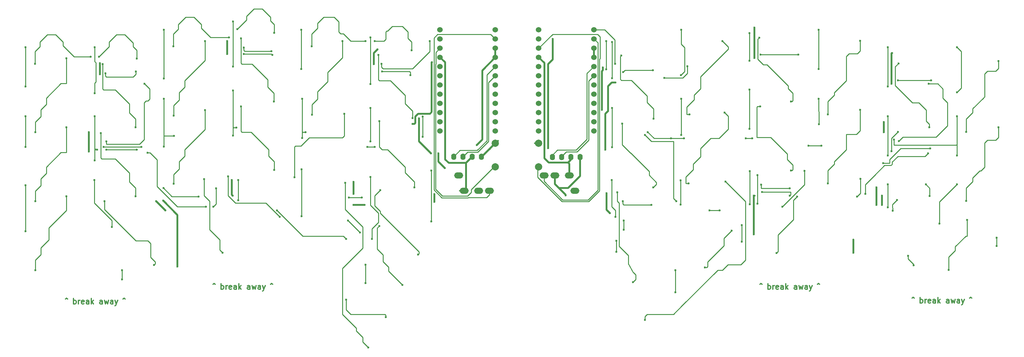
<source format=gbr>
%TF.GenerationSoftware,KiCad,Pcbnew,5.1.6*%
%TF.CreationDate,2020-10-30T12:45:47+01:00*%
%TF.ProjectId,jade,6a616465-2e6b-4696-9361-645f70636258,1.1*%
%TF.SameCoordinates,Original*%
%TF.FileFunction,Copper,L1,Top*%
%TF.FilePolarity,Positive*%
%FSLAX46Y46*%
G04 Gerber Fmt 4.6, Leading zero omitted, Abs format (unit mm)*
G04 Created by KiCad (PCBNEW 5.1.6) date 2020-10-30 12:45:47*
%MOMM*%
%LPD*%
G01*
G04 APERTURE LIST*
%TA.AperFunction,NonConductor*%
%ADD10C,0.300000*%
%TD*%
%TA.AperFunction,ComponentPad*%
%ADD11O,2.500000X1.700000*%
%TD*%
%TA.AperFunction,ComponentPad*%
%ADD12C,1.524000*%
%TD*%
%TA.AperFunction,ComponentPad*%
%ADD13O,1.397000X1.778000*%
%TD*%
%TA.AperFunction,ComponentPad*%
%ADD14C,2.000000*%
%TD*%
%TA.AperFunction,ViaPad*%
%ADD15C,0.600000*%
%TD*%
%TA.AperFunction,Conductor*%
%ADD16C,0.250000*%
%TD*%
%TA.AperFunction,Conductor*%
%ADD17C,0.508000*%
%TD*%
%TA.AperFunction,Conductor*%
%ADD18C,0.500000*%
%TD*%
%TA.AperFunction,Conductor*%
%ADD19C,0.254000*%
%TD*%
G04 APERTURE END LIST*
D10*
X257215714Y-106001428D02*
X257501428Y-105787142D01*
X257787142Y-106001428D01*
X259430000Y-107358571D02*
X259430000Y-105858571D01*
X259430000Y-106430000D02*
X259572857Y-106358571D01*
X259858571Y-106358571D01*
X260001428Y-106430000D01*
X260072857Y-106501428D01*
X260144285Y-106644285D01*
X260144285Y-107072857D01*
X260072857Y-107215714D01*
X260001428Y-107287142D01*
X259858571Y-107358571D01*
X259572857Y-107358571D01*
X259430000Y-107287142D01*
X260787142Y-107358571D02*
X260787142Y-106358571D01*
X260787142Y-106644285D02*
X260858571Y-106501428D01*
X260930000Y-106430000D01*
X261072857Y-106358571D01*
X261215714Y-106358571D01*
X262287142Y-107287142D02*
X262144285Y-107358571D01*
X261858571Y-107358571D01*
X261715714Y-107287142D01*
X261644285Y-107144285D01*
X261644285Y-106572857D01*
X261715714Y-106430000D01*
X261858571Y-106358571D01*
X262144285Y-106358571D01*
X262287142Y-106430000D01*
X262358571Y-106572857D01*
X262358571Y-106715714D01*
X261644285Y-106858571D01*
X263644285Y-107358571D02*
X263644285Y-106572857D01*
X263572857Y-106430000D01*
X263430000Y-106358571D01*
X263144285Y-106358571D01*
X263001428Y-106430000D01*
X263644285Y-107287142D02*
X263501428Y-107358571D01*
X263144285Y-107358571D01*
X263001428Y-107287142D01*
X262930000Y-107144285D01*
X262930000Y-107001428D01*
X263001428Y-106858571D01*
X263144285Y-106787142D01*
X263501428Y-106787142D01*
X263644285Y-106715714D01*
X264358571Y-107358571D02*
X264358571Y-105858571D01*
X264501428Y-106787142D02*
X264930000Y-107358571D01*
X264930000Y-106358571D02*
X264358571Y-106930000D01*
X267358571Y-107358571D02*
X267358571Y-106572857D01*
X267287142Y-106430000D01*
X267144285Y-106358571D01*
X266858571Y-106358571D01*
X266715714Y-106430000D01*
X267358571Y-107287142D02*
X267215714Y-107358571D01*
X266858571Y-107358571D01*
X266715714Y-107287142D01*
X266644285Y-107144285D01*
X266644285Y-107001428D01*
X266715714Y-106858571D01*
X266858571Y-106787142D01*
X267215714Y-106787142D01*
X267358571Y-106715714D01*
X267930000Y-106358571D02*
X268215714Y-107358571D01*
X268501428Y-106644285D01*
X268787142Y-107358571D01*
X269072857Y-106358571D01*
X270287142Y-107358571D02*
X270287142Y-106572857D01*
X270215714Y-106430000D01*
X270072857Y-106358571D01*
X269787142Y-106358571D01*
X269644285Y-106430000D01*
X270287142Y-107287142D02*
X270144285Y-107358571D01*
X269787142Y-107358571D01*
X269644285Y-107287142D01*
X269572857Y-107144285D01*
X269572857Y-107001428D01*
X269644285Y-106858571D01*
X269787142Y-106787142D01*
X270144285Y-106787142D01*
X270287142Y-106715714D01*
X270858571Y-106358571D02*
X271215714Y-107358571D01*
X271572857Y-106358571D02*
X271215714Y-107358571D01*
X271072857Y-107715714D01*
X271001428Y-107787142D01*
X270858571Y-107858571D01*
X273072857Y-106001428D02*
X273358571Y-105787142D01*
X273644285Y-106001428D01*
X215305714Y-102191428D02*
X215591428Y-101977142D01*
X215877142Y-102191428D01*
X217520000Y-103548571D02*
X217520000Y-102048571D01*
X217520000Y-102620000D02*
X217662857Y-102548571D01*
X217948571Y-102548571D01*
X218091428Y-102620000D01*
X218162857Y-102691428D01*
X218234285Y-102834285D01*
X218234285Y-103262857D01*
X218162857Y-103405714D01*
X218091428Y-103477142D01*
X217948571Y-103548571D01*
X217662857Y-103548571D01*
X217520000Y-103477142D01*
X218877142Y-103548571D02*
X218877142Y-102548571D01*
X218877142Y-102834285D02*
X218948571Y-102691428D01*
X219020000Y-102620000D01*
X219162857Y-102548571D01*
X219305714Y-102548571D01*
X220377142Y-103477142D02*
X220234285Y-103548571D01*
X219948571Y-103548571D01*
X219805714Y-103477142D01*
X219734285Y-103334285D01*
X219734285Y-102762857D01*
X219805714Y-102620000D01*
X219948571Y-102548571D01*
X220234285Y-102548571D01*
X220377142Y-102620000D01*
X220448571Y-102762857D01*
X220448571Y-102905714D01*
X219734285Y-103048571D01*
X221734285Y-103548571D02*
X221734285Y-102762857D01*
X221662857Y-102620000D01*
X221520000Y-102548571D01*
X221234285Y-102548571D01*
X221091428Y-102620000D01*
X221734285Y-103477142D02*
X221591428Y-103548571D01*
X221234285Y-103548571D01*
X221091428Y-103477142D01*
X221020000Y-103334285D01*
X221020000Y-103191428D01*
X221091428Y-103048571D01*
X221234285Y-102977142D01*
X221591428Y-102977142D01*
X221734285Y-102905714D01*
X222448571Y-103548571D02*
X222448571Y-102048571D01*
X222591428Y-102977142D02*
X223020000Y-103548571D01*
X223020000Y-102548571D02*
X222448571Y-103120000D01*
X225448571Y-103548571D02*
X225448571Y-102762857D01*
X225377142Y-102620000D01*
X225234285Y-102548571D01*
X224948571Y-102548571D01*
X224805714Y-102620000D01*
X225448571Y-103477142D02*
X225305714Y-103548571D01*
X224948571Y-103548571D01*
X224805714Y-103477142D01*
X224734285Y-103334285D01*
X224734285Y-103191428D01*
X224805714Y-103048571D01*
X224948571Y-102977142D01*
X225305714Y-102977142D01*
X225448571Y-102905714D01*
X226020000Y-102548571D02*
X226305714Y-103548571D01*
X226591428Y-102834285D01*
X226877142Y-103548571D01*
X227162857Y-102548571D01*
X228377142Y-103548571D02*
X228377142Y-102762857D01*
X228305714Y-102620000D01*
X228162857Y-102548571D01*
X227877142Y-102548571D01*
X227734285Y-102620000D01*
X228377142Y-103477142D02*
X228234285Y-103548571D01*
X227877142Y-103548571D01*
X227734285Y-103477142D01*
X227662857Y-103334285D01*
X227662857Y-103191428D01*
X227734285Y-103048571D01*
X227877142Y-102977142D01*
X228234285Y-102977142D01*
X228377142Y-102905714D01*
X228948571Y-102548571D02*
X229305714Y-103548571D01*
X229662857Y-102548571D02*
X229305714Y-103548571D01*
X229162857Y-103905714D01*
X229091428Y-103977142D01*
X228948571Y-104048571D01*
X231162857Y-102191428D02*
X231448571Y-101977142D01*
X231734285Y-102191428D01*
X64683714Y-102191428D02*
X64969428Y-101977142D01*
X65255142Y-102191428D01*
X66898000Y-103548571D02*
X66898000Y-102048571D01*
X66898000Y-102620000D02*
X67040857Y-102548571D01*
X67326571Y-102548571D01*
X67469428Y-102620000D01*
X67540857Y-102691428D01*
X67612285Y-102834285D01*
X67612285Y-103262857D01*
X67540857Y-103405714D01*
X67469428Y-103477142D01*
X67326571Y-103548571D01*
X67040857Y-103548571D01*
X66898000Y-103477142D01*
X68255142Y-103548571D02*
X68255142Y-102548571D01*
X68255142Y-102834285D02*
X68326571Y-102691428D01*
X68398000Y-102620000D01*
X68540857Y-102548571D01*
X68683714Y-102548571D01*
X69755142Y-103477142D02*
X69612285Y-103548571D01*
X69326571Y-103548571D01*
X69183714Y-103477142D01*
X69112285Y-103334285D01*
X69112285Y-102762857D01*
X69183714Y-102620000D01*
X69326571Y-102548571D01*
X69612285Y-102548571D01*
X69755142Y-102620000D01*
X69826571Y-102762857D01*
X69826571Y-102905714D01*
X69112285Y-103048571D01*
X71112285Y-103548571D02*
X71112285Y-102762857D01*
X71040857Y-102620000D01*
X70898000Y-102548571D01*
X70612285Y-102548571D01*
X70469428Y-102620000D01*
X71112285Y-103477142D02*
X70969428Y-103548571D01*
X70612285Y-103548571D01*
X70469428Y-103477142D01*
X70398000Y-103334285D01*
X70398000Y-103191428D01*
X70469428Y-103048571D01*
X70612285Y-102977142D01*
X70969428Y-102977142D01*
X71112285Y-102905714D01*
X71826571Y-103548571D02*
X71826571Y-102048571D01*
X71969428Y-102977142D02*
X72398000Y-103548571D01*
X72398000Y-102548571D02*
X71826571Y-103120000D01*
X74826571Y-103548571D02*
X74826571Y-102762857D01*
X74755142Y-102620000D01*
X74612285Y-102548571D01*
X74326571Y-102548571D01*
X74183714Y-102620000D01*
X74826571Y-103477142D02*
X74683714Y-103548571D01*
X74326571Y-103548571D01*
X74183714Y-103477142D01*
X74112285Y-103334285D01*
X74112285Y-103191428D01*
X74183714Y-103048571D01*
X74326571Y-102977142D01*
X74683714Y-102977142D01*
X74826571Y-102905714D01*
X75398000Y-102548571D02*
X75683714Y-103548571D01*
X75969428Y-102834285D01*
X76255142Y-103548571D01*
X76540857Y-102548571D01*
X77755142Y-103548571D02*
X77755142Y-102762857D01*
X77683714Y-102620000D01*
X77540857Y-102548571D01*
X77255142Y-102548571D01*
X77112285Y-102620000D01*
X77755142Y-103477142D02*
X77612285Y-103548571D01*
X77255142Y-103548571D01*
X77112285Y-103477142D01*
X77040857Y-103334285D01*
X77040857Y-103191428D01*
X77112285Y-103048571D01*
X77255142Y-102977142D01*
X77612285Y-102977142D01*
X77755142Y-102905714D01*
X78326571Y-102548571D02*
X78683714Y-103548571D01*
X79040857Y-102548571D02*
X78683714Y-103548571D01*
X78540857Y-103905714D01*
X78469428Y-103977142D01*
X78326571Y-104048571D01*
X80540857Y-102191428D02*
X80826571Y-101977142D01*
X81112285Y-102191428D01*
X24043714Y-106255428D02*
X24329428Y-106041142D01*
X24615142Y-106255428D01*
X26258000Y-107612571D02*
X26258000Y-106112571D01*
X26258000Y-106684000D02*
X26400857Y-106612571D01*
X26686571Y-106612571D01*
X26829428Y-106684000D01*
X26900857Y-106755428D01*
X26972285Y-106898285D01*
X26972285Y-107326857D01*
X26900857Y-107469714D01*
X26829428Y-107541142D01*
X26686571Y-107612571D01*
X26400857Y-107612571D01*
X26258000Y-107541142D01*
X27615142Y-107612571D02*
X27615142Y-106612571D01*
X27615142Y-106898285D02*
X27686571Y-106755428D01*
X27758000Y-106684000D01*
X27900857Y-106612571D01*
X28043714Y-106612571D01*
X29115142Y-107541142D02*
X28972285Y-107612571D01*
X28686571Y-107612571D01*
X28543714Y-107541142D01*
X28472285Y-107398285D01*
X28472285Y-106826857D01*
X28543714Y-106684000D01*
X28686571Y-106612571D01*
X28972285Y-106612571D01*
X29115142Y-106684000D01*
X29186571Y-106826857D01*
X29186571Y-106969714D01*
X28472285Y-107112571D01*
X30472285Y-107612571D02*
X30472285Y-106826857D01*
X30400857Y-106684000D01*
X30258000Y-106612571D01*
X29972285Y-106612571D01*
X29829428Y-106684000D01*
X30472285Y-107541142D02*
X30329428Y-107612571D01*
X29972285Y-107612571D01*
X29829428Y-107541142D01*
X29758000Y-107398285D01*
X29758000Y-107255428D01*
X29829428Y-107112571D01*
X29972285Y-107041142D01*
X30329428Y-107041142D01*
X30472285Y-106969714D01*
X31186571Y-107612571D02*
X31186571Y-106112571D01*
X31329428Y-107041142D02*
X31758000Y-107612571D01*
X31758000Y-106612571D02*
X31186571Y-107184000D01*
X34186571Y-107612571D02*
X34186571Y-106826857D01*
X34115142Y-106684000D01*
X33972285Y-106612571D01*
X33686571Y-106612571D01*
X33543714Y-106684000D01*
X34186571Y-107541142D02*
X34043714Y-107612571D01*
X33686571Y-107612571D01*
X33543714Y-107541142D01*
X33472285Y-107398285D01*
X33472285Y-107255428D01*
X33543714Y-107112571D01*
X33686571Y-107041142D01*
X34043714Y-107041142D01*
X34186571Y-106969714D01*
X34758000Y-106612571D02*
X35043714Y-107612571D01*
X35329428Y-106898285D01*
X35615142Y-107612571D01*
X35900857Y-106612571D01*
X37115142Y-107612571D02*
X37115142Y-106826857D01*
X37043714Y-106684000D01*
X36900857Y-106612571D01*
X36615142Y-106612571D01*
X36472285Y-106684000D01*
X37115142Y-107541142D02*
X36972285Y-107612571D01*
X36615142Y-107612571D01*
X36472285Y-107541142D01*
X36400857Y-107398285D01*
X36400857Y-107255428D01*
X36472285Y-107112571D01*
X36615142Y-107041142D01*
X36972285Y-107041142D01*
X37115142Y-106969714D01*
X37686571Y-106612571D02*
X38043714Y-107612571D01*
X38400857Y-106612571D02*
X38043714Y-107612571D01*
X37900857Y-107969714D01*
X37829428Y-108041142D01*
X37686571Y-108112571D01*
X39900857Y-106255428D02*
X40186571Y-106041142D01*
X40472285Y-106255428D01*
D11*
%TO.P,J3,B*%
%TO.N,data_r*%
X155837500Y-72170000D03*
%TO.P,J3,C*%
%TO.N,GNDA*%
X158837500Y-72170000D03*
%TO.P,J3,D*%
%TO.N,VDD*%
X162837500Y-72170000D03*
%TO.P,J3,A*%
%TO.N,Net-(J3-PadA)*%
X164337500Y-76370000D03*
%TD*%
%TO.P,J1,B*%
%TO.N,data*%
X140834500Y-76392000D03*
%TO.P,J1,C*%
%TO.N,GND*%
X137834500Y-76392000D03*
%TO.P,J1,D*%
%TO.N,VCC*%
X133834500Y-76392000D03*
%TO.P,J1,A*%
%TO.N,Net-(J1-PadA)*%
X132334500Y-72192000D03*
%TD*%
D12*
%TO.P,U1,24*%
%TO.N,Net-(U1-Pad24)*%
X127203900Y-31942000D03*
%TO.P,U1,23*%
%TO.N,GND*%
X127203900Y-34482000D03*
%TO.P,U1,22*%
%TO.N,reset*%
X127203900Y-37022000D03*
%TO.P,U1,21*%
%TO.N,VCC*%
X127203900Y-39562000D03*
%TO.P,U1,20*%
%TO.N,col0*%
X127203900Y-42102000D03*
%TO.P,U1,19*%
%TO.N,col1*%
X127203900Y-44642000D03*
%TO.P,U1,18*%
%TO.N,col2*%
X127203900Y-47182000D03*
%TO.P,U1,17*%
%TO.N,col3*%
X127203900Y-49722000D03*
%TO.P,U1,16*%
%TO.N,col4*%
X127203900Y-52262000D03*
%TO.P,U1,15*%
%TO.N,col5*%
X127203900Y-54802000D03*
%TO.P,U1,14*%
%TO.N,Net-(U1-Pad14)*%
X127203900Y-57342000D03*
%TO.P,U1,13*%
%TO.N,Net-(U1-Pad13)*%
X127203900Y-59882000D03*
%TO.P,U1,12*%
%TO.N,Net-(U1-Pad12)*%
X142423900Y-59882000D03*
%TO.P,U1,11*%
%TO.N,Net-(U1-Pad11)*%
X142423900Y-57342000D03*
%TO.P,U1,10*%
%TO.N,row3*%
X142423900Y-54802000D03*
%TO.P,U1,9*%
%TO.N,row2*%
X142423900Y-52262000D03*
%TO.P,U1,8*%
%TO.N,row1*%
X142423900Y-49722000D03*
%TO.P,U1,7*%
%TO.N,row0*%
X142423900Y-47182000D03*
%TO.P,U1,6*%
%TO.N,SCL*%
X142423900Y-44642000D03*
%TO.P,U1,5*%
%TO.N,SDA*%
X142423900Y-42102000D03*
%TO.P,U1,4*%
%TO.N,GND*%
X142423900Y-39562000D03*
%TO.P,U1,3*%
X142423900Y-37022000D03*
%TO.P,U1,2*%
%TO.N,data*%
X142423900Y-34482000D03*
%TO.P,U1,1*%
%TO.N,LED*%
X142423900Y-31942000D03*
%TD*%
%TO.P,U2,24*%
%TO.N,Net-(U2-Pad24)*%
X154378900Y-31912000D03*
%TO.P,U2,23*%
%TO.N,GNDA*%
X154378900Y-34452000D03*
%TO.P,U2,22*%
%TO.N,reset_r*%
X154378900Y-36992000D03*
%TO.P,U2,21*%
%TO.N,VDD*%
X154378900Y-39532000D03*
%TO.P,U2,20*%
%TO.N,col0_r*%
X154378900Y-42072000D03*
%TO.P,U2,19*%
%TO.N,col1_r*%
X154378900Y-44612000D03*
%TO.P,U2,18*%
%TO.N,col2_r*%
X154378900Y-47152000D03*
%TO.P,U2,17*%
%TO.N,col3_r*%
X154378900Y-49692000D03*
%TO.P,U2,16*%
%TO.N,col4_r*%
X154378900Y-52232000D03*
%TO.P,U2,15*%
%TO.N,col5_r*%
X154378900Y-54772000D03*
%TO.P,U2,14*%
%TO.N,Net-(U2-Pad14)*%
X154378900Y-57312000D03*
%TO.P,U2,13*%
%TO.N,Net-(U2-Pad13)*%
X154378900Y-59852000D03*
%TO.P,U2,12*%
%TO.N,Net-(U2-Pad12)*%
X169598900Y-59852000D03*
%TO.P,U2,11*%
%TO.N,Net-(U2-Pad11)*%
X169598900Y-57312000D03*
%TO.P,U2,10*%
%TO.N,row3_r*%
X169598900Y-54772000D03*
%TO.P,U2,9*%
%TO.N,row2_r*%
X169598900Y-52232000D03*
%TO.P,U2,8*%
%TO.N,row1_r*%
X169598900Y-49692000D03*
%TO.P,U2,7*%
%TO.N,row0_r*%
X169598900Y-47152000D03*
%TO.P,U2,6*%
%TO.N,SCL_r*%
X169598900Y-44612000D03*
%TO.P,U2,5*%
%TO.N,SDA_r*%
X169598900Y-42072000D03*
%TO.P,U2,4*%
%TO.N,GNDA*%
X169598900Y-39532000D03*
%TO.P,U2,3*%
X169598900Y-36992000D03*
%TO.P,U2,2*%
%TO.N,data_r*%
X169598900Y-34452000D03*
%TO.P,U2,1*%
%TO.N,LED_r*%
X169598900Y-31912000D03*
%TD*%
D13*
%TO.P,J4,4*%
%TO.N,SDA_r*%
X158164500Y-67045000D03*
%TO.P,J4,3*%
%TO.N,SCL_r*%
X160704500Y-67045000D03*
%TO.P,J4,2*%
%TO.N,VDD*%
X163244500Y-67045000D03*
%TO.P,J4,1*%
%TO.N,GNDA*%
X165784500Y-67045000D03*
%TD*%
%TO.P,J2,4*%
%TO.N,GND*%
X138568500Y-67028000D03*
%TO.P,J2,3*%
%TO.N,VCC*%
X136028500Y-67028000D03*
%TO.P,J2,2*%
%TO.N,SCL*%
X133488500Y-67028000D03*
%TO.P,J2,1*%
%TO.N,SDA*%
X130948500Y-67028000D03*
%TD*%
D14*
%TO.P,RSW2,2*%
%TO.N,GNDA*%
X154304500Y-63272000D03*
%TO.P,RSW2,1*%
%TO.N,reset_r*%
X154304500Y-69772000D03*
%TD*%
%TO.P,RSW1,2*%
%TO.N,GND*%
X142424500Y-63281000D03*
%TO.P,RSW1,1*%
%TO.N,reset*%
X142424500Y-69781000D03*
%TD*%
D15*
%TO.N,row1*%
X122428000Y-55880000D03*
X122428000Y-61468000D03*
%TO.N,row2*%
X109220000Y-64262000D03*
X107188000Y-64262000D03*
%TO.N,row3*%
X124807500Y-70805000D03*
X101854000Y-84582000D03*
X105156000Y-87884000D03*
X124782499Y-84879999D03*
X106680000Y-96774000D03*
X106680000Y-101854000D03*
%TO.N,GND*%
X103378000Y-77216000D03*
X103378000Y-73914000D03*
X69850000Y-73406000D03*
X70104000Y-77724000D03*
X125641000Y-77305000D03*
X125641000Y-79413000D03*
X51562000Y-81788000D03*
X49022000Y-79248000D03*
X121412000Y-56388000D03*
X124714000Y-66040000D03*
X126746000Y-66040000D03*
X128524000Y-70104000D03*
X30480000Y-65532000D03*
X30480000Y-60198000D03*
X33528000Y-44196000D03*
X33528000Y-41148000D03*
X106426000Y-80264000D03*
X103378000Y-80264000D03*
X108966000Y-41402000D03*
X109982000Y-37338000D03*
X68580000Y-38608000D03*
X68580000Y-35052000D03*
X137287000Y-63754000D03*
X140843000Y-64897000D03*
%TO.N,VCC*%
X124957510Y-40905000D03*
X119634000Y-57912000D03*
X54864000Y-97282000D03*
X50927000Y-79121000D03*
%TO.N,col0*%
X13022500Y-74861500D03*
X13022500Y-55811500D03*
X13022500Y-36761500D03*
X13022500Y-47566500D03*
X13022500Y-64262000D03*
X34544000Y-64262000D03*
X44958000Y-64262000D03*
X13022500Y-87561500D03*
%TO.N,col1*%
X32072500Y-55811500D03*
X32072500Y-36761500D03*
X32072500Y-49461500D03*
X32072500Y-68003500D03*
X43688000Y-65024000D03*
X35306000Y-65024000D03*
X32766000Y-65024000D03*
X32004000Y-73406000D03*
X36830000Y-86360000D03*
%TO.N,col2*%
X51122500Y-50985500D03*
X51122500Y-31935500D03*
X51122500Y-45397500D03*
X51122500Y-64193500D03*
X51022500Y-75660500D03*
X60706000Y-77978000D03*
X53916500Y-61276000D03*
%TO.N,col3*%
X70172500Y-48699500D03*
X70172500Y-29649500D03*
X70172500Y-42095500D03*
X70172500Y-61145500D03*
X71120000Y-58928000D03*
X68834000Y-72390000D03*
X83058000Y-83566000D03*
%TO.N,col4*%
X89222500Y-50985500D03*
X89222500Y-61790500D03*
X88968500Y-31935500D03*
X88968500Y-42740500D03*
X90170000Y-60198000D03*
X89022500Y-70489500D03*
X89022500Y-83434500D03*
%TO.N,col5*%
X108018500Y-53525500D03*
X108018500Y-62738000D03*
X108018500Y-34036000D03*
X108018500Y-46921500D03*
X108022500Y-72571500D03*
X108458000Y-89662000D03*
%TO.N,LED*%
X111095000Y-41305000D03*
X124333000Y-35052000D03*
%TO.N,row0_r*%
X172974000Y-42860000D03*
X172974000Y-35052000D03*
%TO.N,row1_r*%
X177662500Y-43622000D03*
X215508500Y-38796000D03*
X225922500Y-38796000D03*
X262498500Y-45908000D03*
X253354500Y-45908000D03*
X185862000Y-43114000D03*
%TO.N,row2_r*%
X262244500Y-64704000D03*
X249290500Y-68768000D03*
X232272500Y-63942000D03*
X228716500Y-63942000D03*
X194426500Y-61910000D03*
X190870500Y-61910000D03*
X211444500Y-61910000D03*
X213222500Y-61910000D03*
X184404000Y-60198000D03*
%TO.N,Net-(D40-Pad2)*%
X210312000Y-90424000D03*
X201422000Y-81788000D03*
X204216000Y-81788000D03*
X210312000Y-85852000D03*
%TO.N,row3_r*%
X183642000Y-60960000D03*
X192278000Y-79248000D03*
X280455050Y-89368950D03*
X280455050Y-91654950D03*
%TO.N,LED_r*%
X175417000Y-41305000D03*
%TO.N,col0_r*%
X269562500Y-49210000D03*
X269562500Y-66616500D03*
X264736500Y-85412500D03*
X269562500Y-74607500D03*
X269562500Y-55811500D03*
X269562500Y-36761500D03*
X252222000Y-62230000D03*
%TO.N,col1_r*%
X250512500Y-74607500D03*
X250512500Y-66616500D03*
X250512500Y-47566500D03*
X250512500Y-55811500D03*
X250512500Y-36761500D03*
X250512500Y-80957500D03*
%TO.N,col2_r*%
X231462500Y-50985500D03*
X231462500Y-42740500D03*
X231462500Y-31935500D03*
X227584000Y-70866000D03*
X221488000Y-80772000D03*
X231521000Y-58039000D03*
%TO.N,col3_r*%
X212412500Y-59250500D03*
X212412500Y-48445500D03*
X212412500Y-40454500D03*
X212529500Y-70985000D03*
X212529500Y-80078500D03*
X212412500Y-32834500D03*
%TO.N,col4_r*%
X193479500Y-73525000D03*
X193616500Y-60960000D03*
X193616500Y-50985500D03*
X193616500Y-31935500D03*
X193548000Y-44450000D03*
X193479500Y-80195500D03*
%TO.N,col5_r*%
X174566500Y-64330500D03*
X174566500Y-53525500D03*
X174566500Y-45280500D03*
X174566500Y-35306000D03*
X174529500Y-73406000D03*
X175514000Y-83566000D03*
%TO.N,VDD*%
X172074500Y-42352000D03*
X248920000Y-77724000D03*
X171787500Y-54069000D03*
X241046000Y-93472000D03*
X248920000Y-80264000D03*
X241046000Y-89916000D03*
%TO.N,GNDA*%
X161807500Y-77705000D03*
X247396000Y-75438000D03*
X247396000Y-80264000D03*
X213614000Y-77724000D03*
X172720000Y-65024000D03*
X173482000Y-54356000D03*
X213745000Y-39755000D03*
X213745000Y-31373000D03*
X173090520Y-77078520D03*
X173990000Y-82550000D03*
X249428000Y-60198000D03*
X249428000Y-57404000D03*
X175514000Y-46482000D03*
X251570000Y-46880000D03*
X251714000Y-38354000D03*
X213614000Y-88392000D03*
X158206000Y-34453000D03*
X158206000Y-34453000D03*
X156972000Y-64643000D03*
%TO.N,Net-(LED1-Pad2)*%
X45830000Y-46880000D03*
X35306000Y-62738000D03*
%TO.N,Net-(LED1-Pad4)*%
X81026000Y-38862000D03*
X73152000Y-38608000D03*
X43434000Y-43434000D03*
X35052000Y-43942000D03*
%TO.N,Net-(LED2-Pad4)*%
X119071000Y-44505000D03*
X111252000Y-43434000D03*
X80772000Y-37846000D03*
X73152000Y-36830000D03*
%TO.N,Net-(LED10-Pad2)*%
X53752000Y-36480000D03*
X69088000Y-34036000D03*
X71374000Y-31750000D03*
X81534000Y-32766000D03*
%TO.N,Net-(LED11-Pad4)*%
X119380000Y-37592000D03*
X91852000Y-36480000D03*
X106680000Y-35052000D03*
X109220000Y-35052000D03*
%TO.N,Net-(LED13-Pad4)*%
X15748000Y-60198000D03*
X24336000Y-39830000D03*
%TO.N,Net-(LED14-Pad2)*%
X43386000Y-58880000D03*
X34290000Y-41402000D03*
%TO.N,Net-(LED15-Pad4)*%
X53848000Y-55626000D03*
X62484000Y-35052000D03*
%TO.N,Net-(LED10-Pad4)*%
X72390000Y-34290000D03*
X81486000Y-51768000D03*
%TO.N,Net-(LED11-Pad2)*%
X91948000Y-55372000D03*
X100330000Y-35052000D03*
%TO.N,Net-(LED12-Pad4)*%
X119634000Y-56340000D03*
X110236000Y-38862000D03*
%TO.N,Net-(LED13-Pad2)*%
X24336000Y-58880000D03*
X15748000Y-79248000D03*
%TO.N,Net-(LED14-Pad4)*%
X33782000Y-60452000D03*
X43386000Y-77930000D03*
%TO.N,Net-(LED16-Pad4)*%
X72390000Y-53086000D03*
X81534000Y-70612000D03*
%TO.N,Net-(LED17-Pad2)*%
X87122000Y-72644000D03*
X100838000Y-55118000D03*
%TO.N,Net-(LED18-Pad4)*%
X110490000Y-57150000D03*
X120125000Y-75455000D03*
%TO.N,Net-(LED22-Pad4)*%
X71628000Y-73406000D03*
X71628000Y-78994000D03*
X82296000Y-81788000D03*
X101346000Y-89662000D03*
%TO.N,Net-(LED24-Pad4)*%
X110744000Y-76200000D03*
X121158000Y-93980000D03*
%TO.N,Net-(LED25-Pad4)*%
X112268000Y-111252000D03*
X101346000Y-106426000D03*
%TO.N,Net-(LED27-Pad4)*%
X116840000Y-102362000D03*
X110490000Y-86106000D03*
%TO.N,Net-(LED28-Pad2)*%
X253608500Y-62672000D03*
X261764000Y-46880000D03*
%TO.N,Net-(LED29-Pad4)*%
X188976000Y-45212000D03*
X195326000Y-42037000D03*
%TO.N,Net-(LED32-Pad2)*%
X223489000Y-77755000D03*
X215900000Y-76708000D03*
X185420000Y-80264000D03*
X177546000Y-79248000D03*
%TO.N,Net-(LED34-Pad2)*%
X281040500Y-40574000D03*
X272150500Y-60132000D03*
%TO.N,Net-(LED35-Pad4)*%
X253502500Y-41230000D03*
X261990500Y-58862000D03*
%TO.N,Net-(LED37-Pad4)*%
X215119500Y-34105000D03*
X223890500Y-51750000D03*
%TO.N,Net-(LED38-Pad2)*%
X205000500Y-35080000D03*
X195950500Y-55306000D03*
%TO.N,Net-(LED39-Pad4)*%
X177154500Y-39050000D03*
X177154500Y-39050000D03*
X186044500Y-56455000D03*
%TO.N,Net-(LED4-Pad2)*%
X46642000Y-65880000D03*
X65532000Y-75692000D03*
X62738000Y-80772000D03*
X64770000Y-80772000D03*
%TO.N,Net-(LED5-Pad2)*%
X105664000Y-78232000D03*
X102108000Y-78232000D03*
%TO.N,Net-(LED7-Pad4)*%
X43688000Y-39878000D03*
X15652000Y-41306000D03*
X30988000Y-39370000D03*
X33274000Y-39370000D03*
%TO.N,Net-(LED15-Pad2)*%
X62484000Y-54102000D03*
X53848000Y-74422000D03*
%TO.N,Net-(LED20-Pad4)*%
X34798000Y-79248000D03*
X48408000Y-96880000D03*
%TO.N,Net-(LED23-Pad2)*%
X101092000Y-74168000D03*
X107442000Y-119634000D03*
%TO.N,Net-(LED31-Pad2)*%
X261620000Y-66040000D03*
X244348000Y-77216000D03*
X223520000Y-75692000D03*
X215646000Y-74676000D03*
%TO.N,Net-(LED33-Pad2)*%
X177800000Y-84582000D03*
X177800000Y-87122000D03*
X175768000Y-90170000D03*
X175768000Y-93218000D03*
%TO.N,Net-(LED40-Pad2)*%
X272150500Y-79182000D03*
X281008500Y-58830000D03*
%TO.N,Net-(LED41-Pad4)*%
X262072500Y-77830000D03*
X253354500Y-60132000D03*
X251576500Y-65466000D03*
X261012750Y-74648250D03*
%TO.N,Net-(LED42-Pad2)*%
X234050500Y-74356000D03*
X242908500Y-54004000D03*
%TO.N,Net-(LED43-Pad4)*%
X215423500Y-53105000D03*
X223890500Y-70800000D03*
%TO.N,Net-(LED44-Pad2)*%
X205602500Y-54798000D03*
X195696500Y-74356000D03*
%TO.N,Net-(LED45-Pad4)*%
X177408500Y-57846000D03*
X185961500Y-75455000D03*
%TO.N,Net-(LED47-Pad4)*%
X253100500Y-78928000D03*
X257672500Y-96962000D03*
X256148500Y-94371500D03*
X251841000Y-81915000D03*
%TO.N,Net-(LED49-Pad4)*%
X214630000Y-72105000D03*
X214630000Y-79907500D03*
X207518000Y-87376000D03*
X200152000Y-97536000D03*
%TO.N,Net-(LED50-Pad2)*%
X205856500Y-73848000D03*
X183642000Y-112014000D03*
%TO.N,Net-(LED51-Pad4)*%
X176022000Y-76855000D03*
X180340000Y-101600000D03*
%TO.N,Net-(LED52-Pad4)*%
X192024000Y-98298000D03*
X192024000Y-104394000D03*
%TO.N,Net-(LED36-Pad2)*%
X234050500Y-55306000D03*
X242908500Y-34954000D03*
%TO.N,Net-(LED19-Pad2)*%
X15748000Y-98298000D03*
X24336000Y-77930000D03*
%TO.N,Net-(LED46-Pad2)*%
X267324500Y-98232000D03*
X272404500Y-84465500D03*
%TO.N,Net-(LED21-Pad2)*%
X62230000Y-73152000D03*
X67310000Y-93472000D03*
%TO.N,Net-(LED48-Pad2)*%
X243006000Y-73080000D03*
X219839000Y-93597000D03*
X242062000Y-77978000D03*
X225552000Y-77978000D03*
%TO.N,Net-(LED56-Pad4)*%
X39624000Y-98298000D03*
X39624000Y-100838000D03*
%TD*%
D16*
%TO.N,row1*%
X122428000Y-55880000D02*
X122428000Y-61468000D01*
%TO.N,row2*%
X109220000Y-64262000D02*
X107188000Y-64262000D01*
X107188000Y-64262000D02*
X107188000Y-64262000D01*
%TO.N,row3*%
X124782499Y-70830001D02*
X124807500Y-70805000D01*
X124782499Y-84879999D02*
X124782499Y-84879999D01*
X101854000Y-84582000D02*
X104902000Y-87630000D01*
X104902000Y-87630000D02*
X105156000Y-87884000D01*
X105156000Y-87884000D02*
X105156000Y-87884000D01*
X124782499Y-84879999D02*
X124782499Y-70830001D01*
X106680000Y-96774000D02*
X106680000Y-101854000D01*
X106680000Y-101854000D02*
X106680000Y-101854000D01*
D17*
%TO.N,GND*%
X142423900Y-37022000D02*
X142423900Y-39562000D01*
X138677500Y-67028000D02*
X138568500Y-67028000D01*
X142424500Y-63281000D02*
X138677500Y-67028000D01*
X143134500Y-62571000D02*
X142424500Y-63281000D01*
X138302500Y-76392000D02*
X138568500Y-76658000D01*
X138256500Y-76392000D02*
X138302500Y-76392000D01*
D18*
X103378000Y-73914000D02*
X103378000Y-77216000D01*
X69850000Y-73406000D02*
X69850000Y-77470000D01*
X69850000Y-77470000D02*
X70104000Y-77724000D01*
X70104000Y-77724000D02*
X70104000Y-77724000D01*
X125641000Y-77305000D02*
X125641000Y-79083000D01*
X125641000Y-79083000D02*
X125641000Y-79413000D01*
X125641000Y-79413000D02*
X125641000Y-79413000D01*
X51562000Y-81788000D02*
X49022000Y-79248000D01*
X49022000Y-79248000D02*
X49022000Y-79248000D01*
X121412000Y-56388000D02*
X121412000Y-61562002D01*
X121412000Y-61562002D02*
X121412000Y-62738000D01*
X121412000Y-62738000D02*
X124714000Y-66040000D01*
X124714000Y-66040000D02*
X124714000Y-66040000D01*
X126746000Y-66040000D02*
X126746000Y-68326000D01*
X126746000Y-68326000D02*
X128524000Y-70104000D01*
X128524000Y-70104000D02*
X128524000Y-70104000D01*
X30480000Y-65532000D02*
X30480000Y-60198000D01*
X30480000Y-60198000D02*
X30480000Y-60198000D01*
X33528000Y-44196000D02*
X33528000Y-41148000D01*
X106426000Y-80264000D02*
X103378000Y-80264000D01*
X103378000Y-80264000D02*
X103378000Y-80264000D01*
X109982000Y-37338000D02*
X109982000Y-37338000D01*
X108966000Y-38354000D02*
X109982000Y-37338000D01*
X108966000Y-38354000D02*
X108966000Y-41402000D01*
X68580000Y-38608000D02*
X68580000Y-35052000D01*
X68580000Y-35052000D02*
X68580000Y-35052000D01*
X142423900Y-39562000D02*
X138811000Y-43174900D01*
X138811000Y-43174900D02*
X138811000Y-61722000D01*
X138811000Y-61722000D02*
X138811000Y-62230000D01*
X138811000Y-62230000D02*
X137541000Y-63500000D01*
X137541000Y-63500000D02*
X137287000Y-63754000D01*
X137287000Y-63754000D02*
X137287000Y-63754000D01*
D17*
%TO.N,VCC*%
X128627500Y-40937000D02*
X128627500Y-67737000D01*
X128419901Y-40778001D02*
X128468501Y-40778001D01*
X128468501Y-40778001D02*
X128627500Y-40937000D01*
X127203900Y-39562000D02*
X128419901Y-40778001D01*
X133834500Y-76392000D02*
X132682500Y-76392000D01*
X134326500Y-68730000D02*
X136028500Y-67028000D01*
X129620500Y-68730000D02*
X134326500Y-68730000D01*
X128627500Y-67737000D02*
X129620500Y-68730000D01*
D18*
X133834500Y-76176500D02*
X133834500Y-76392000D01*
X54864000Y-83058000D02*
X54864000Y-94488000D01*
X54864000Y-94488000D02*
X54864000Y-97282000D01*
X50927000Y-79121000D02*
X54864000Y-83058000D01*
X120396000Y-57658000D02*
X120142000Y-57912000D01*
X120142000Y-57912000D02*
X119634000Y-57912000D01*
X124460000Y-55118000D02*
X121158000Y-55118000D01*
X120396000Y-55880000D02*
X120396000Y-57658000D01*
X124907500Y-54670500D02*
X124460000Y-55118000D01*
X124957510Y-40905000D02*
X124907500Y-40955010D01*
X121158000Y-55118000D02*
X120396000Y-55880000D01*
X124907500Y-40955010D02*
X124907500Y-54670500D01*
X134326500Y-75900000D02*
X133834500Y-76392000D01*
X134326500Y-68730000D02*
X134326500Y-75900000D01*
D16*
%TO.N,col0*%
X13022500Y-36761500D02*
X13022500Y-47566500D01*
X13022500Y-47566500D02*
X13022500Y-47566500D01*
X13022500Y-55811500D02*
X13022500Y-63822500D01*
X13022500Y-63822500D02*
X13022500Y-64262000D01*
X13022500Y-63822500D02*
X13022500Y-64008000D01*
X43688000Y-64262000D02*
X43688000Y-64262000D01*
X35306000Y-64262000D02*
X34544000Y-64262000D01*
X44958000Y-64262000D02*
X35306000Y-64262000D01*
X13022500Y-85666500D02*
X13022500Y-87561500D01*
X13022500Y-74861500D02*
X13022500Y-85666500D01*
%TO.N,col1*%
X32072500Y-49461500D02*
X32072500Y-49461500D01*
X32072500Y-66616500D02*
X32072500Y-68003500D01*
X32072500Y-68003500D02*
X32072500Y-68003500D01*
X32072500Y-64955500D02*
X32326500Y-64955500D01*
X32072500Y-65209500D02*
X32326500Y-64955500D01*
X32072500Y-64701500D02*
X32072500Y-64955500D01*
X32072500Y-64955500D02*
X32072500Y-66616500D01*
X32072500Y-64701500D02*
X32326500Y-64955500D01*
X32072500Y-55811500D02*
X32072500Y-64447500D01*
X32072500Y-64447500D02*
X32072500Y-64701500D01*
X36830000Y-84582000D02*
X36830000Y-84582000D01*
X36830000Y-84582000D02*
X36830000Y-84582000D01*
X36830000Y-84582000D02*
X36830000Y-86360000D01*
X32004000Y-79756000D02*
X36830000Y-84582000D01*
X32004000Y-73406000D02*
X32004000Y-79756000D01*
X35306000Y-65024000D02*
X43688000Y-65024000D01*
X32697500Y-64955500D02*
X32766000Y-65024000D01*
X32326500Y-64955500D02*
X32697500Y-64955500D01*
X32072500Y-49461500D02*
X32072500Y-46667500D01*
X32072500Y-46667500D02*
X32394999Y-46345001D01*
X32394999Y-42281001D02*
X32394999Y-41030999D01*
X32394999Y-46345001D02*
X32394999Y-42281001D01*
X32394999Y-42281001D02*
X32394999Y-42027001D01*
X32072500Y-40708500D02*
X32072500Y-36761500D01*
X32394999Y-41030999D02*
X32072500Y-40708500D01*
%TO.N,col2*%
X51122500Y-31935500D02*
X51122500Y-42740500D01*
X51122500Y-42740500D02*
X51122500Y-45143500D01*
X51122500Y-45143500D02*
X51122500Y-45397500D01*
X51122500Y-45397500D02*
X51122500Y-45397500D01*
X51122500Y-64193500D02*
X51122500Y-64193500D01*
X51122500Y-61790500D02*
X51122500Y-64193500D01*
X51122500Y-50985500D02*
X51122500Y-61399500D01*
X51122500Y-61399500D02*
X51122500Y-61790500D01*
X51022500Y-75660500D02*
X53340000Y-77978000D01*
X53340000Y-77978000D02*
X53340000Y-77978000D01*
X53340000Y-77978000D02*
X60706000Y-77978000D01*
X60706000Y-77978000D02*
X60706000Y-77978000D01*
X51122500Y-61276000D02*
X53916500Y-61276000D01*
X53916500Y-61276000D02*
X53916500Y-61276000D01*
%TO.N,col3*%
X70172500Y-29649500D02*
X70172500Y-40454500D01*
X70172500Y-40454500D02*
X70172500Y-42095500D01*
X70172500Y-42095500D02*
X70172500Y-42095500D01*
X70172500Y-59504500D02*
X70172500Y-61145500D01*
X70172500Y-61145500D02*
X70172500Y-61145500D01*
D19*
X71120000Y-58928000D02*
X70241000Y-58928000D01*
D16*
X70172500Y-58742500D02*
X70358000Y-58928000D01*
X70172500Y-58234500D02*
X70172500Y-58488500D01*
X70172500Y-48699500D02*
X70172500Y-58234500D01*
X70172500Y-58234500D02*
X70172500Y-58605500D01*
X70172500Y-59113500D02*
X70358000Y-58928000D01*
X70172500Y-58605500D02*
X70172500Y-58859500D01*
X70172500Y-58859500D02*
X70172500Y-59504500D01*
X68834000Y-72390000D02*
X68834000Y-77724000D01*
X68834000Y-77724000D02*
X70866000Y-79756000D01*
X83058000Y-83566000D02*
X81280000Y-81788000D01*
X81280000Y-81788000D02*
X79248000Y-79756000D01*
X70866000Y-79756000D02*
X79248000Y-79756000D01*
%TO.N,col4*%
X88968500Y-31935500D02*
X88968500Y-42740500D01*
D19*
X89408000Y-60198000D02*
X89291000Y-60198000D01*
X90170000Y-60198000D02*
X89408000Y-60198000D01*
D16*
X89222500Y-60012500D02*
X89408000Y-60198000D01*
X89222500Y-59758500D02*
X89222500Y-60129500D01*
X89408000Y-60198000D02*
X89222500Y-60383500D01*
X89222500Y-60129500D02*
X89222500Y-60383500D01*
X89222500Y-59367500D02*
X89222500Y-61790500D01*
X89222500Y-50985500D02*
X89222500Y-59367500D01*
X89022500Y-70489500D02*
X89022500Y-79116500D01*
X89022500Y-79116500D02*
X89022500Y-83434500D01*
X89022500Y-83434500D02*
X89022500Y-83434500D01*
%TO.N,col5*%
X108018500Y-46921500D02*
X108018500Y-46921500D01*
X108018500Y-34475500D02*
X108018500Y-34036000D01*
X108018500Y-46921500D02*
X108018500Y-34475500D01*
X108018500Y-62738000D02*
X108018500Y-60774500D01*
X108018500Y-60774500D02*
X108018500Y-53525500D01*
X108022500Y-72571500D02*
X108022500Y-77143500D01*
X108458000Y-89662000D02*
X108458000Y-86868000D01*
X108458000Y-86868000D02*
X110236000Y-85090000D01*
X110236000Y-85090000D02*
X110236000Y-82550000D01*
X108022500Y-80336500D02*
X108022500Y-77143500D01*
X110236000Y-82550000D02*
X108022500Y-80336500D01*
%TO.N,LED*%
X111095000Y-41305000D02*
X111095000Y-42261000D01*
X111095000Y-42261000D02*
X111506000Y-42672000D01*
X111506000Y-42672000D02*
X119126000Y-42672000D01*
X119126000Y-42672000D02*
X119634000Y-42672000D01*
X119634000Y-42672000D02*
X119634000Y-42672000D01*
X119634000Y-42672000D02*
X123698000Y-38608000D01*
X123698000Y-38608000D02*
X124333000Y-37973000D01*
X124333000Y-37973000D02*
X124333000Y-37973000D01*
X124333000Y-37973000D02*
X124333000Y-35052000D01*
X124333000Y-35052000D02*
X124333000Y-35052000D01*
D19*
%TO.N,data*%
X125534502Y-34193998D02*
X125534502Y-40554028D01*
X125534502Y-40554028D02*
X125584512Y-40604038D01*
X125534502Y-41255972D02*
X125534502Y-75370986D01*
X140834500Y-77496000D02*
X140834500Y-76392000D01*
X126514500Y-33214000D02*
X125534502Y-34193998D01*
X134969536Y-78300000D02*
X134986538Y-78282998D01*
X142423900Y-34482000D02*
X141155900Y-33214000D01*
X125584512Y-40604038D02*
X125584512Y-41205962D01*
X134986538Y-78282998D02*
X140047502Y-78282998D01*
X141155900Y-33214000D02*
X126514500Y-33214000D01*
X125584512Y-41205962D02*
X125534502Y-41255972D01*
X140047502Y-78282998D02*
X140834500Y-77496000D01*
D16*
X125534502Y-75370986D02*
X125534502Y-76141498D01*
X127693004Y-78300000D02*
X128592000Y-78300000D01*
X125534502Y-76141498D02*
X127693004Y-78300000D01*
D19*
X128592000Y-78300000D02*
X134969536Y-78300000D01*
X128463516Y-78300000D02*
X128592000Y-78300000D01*
%TO.N,reset*%
X135807500Y-76040000D02*
X142066500Y-69781000D01*
X135807500Y-76819968D02*
X135807500Y-76040000D01*
X125988513Y-41444029D02*
X125988513Y-75182929D01*
X134787468Y-77840000D02*
X135807500Y-76819968D01*
X142066500Y-69781000D02*
X142424500Y-69781000D01*
X126038522Y-41394020D02*
X125988513Y-41444029D01*
X128645584Y-77840000D02*
X134787468Y-77840000D01*
X126038522Y-38187378D02*
X126038522Y-41394020D01*
X127203900Y-37022000D02*
X126038522Y-38187378D01*
D16*
X128645584Y-77840000D02*
X127878000Y-77840000D01*
X127878000Y-77840000D02*
X125984512Y-75946512D01*
X125988513Y-75942511D02*
X125988513Y-75182929D01*
X125984512Y-75946512D02*
X125988513Y-75942511D01*
D19*
%TO.N,SCL*%
X134186999Y-66329501D02*
X133488500Y-67028000D01*
X142423900Y-44642000D02*
X140558511Y-46507389D01*
X134808489Y-65708011D02*
X134186999Y-66329501D01*
X140558510Y-62742058D02*
X137592557Y-65708011D01*
X137592557Y-65708011D02*
X134808489Y-65708011D01*
X140558511Y-46507389D02*
X140558510Y-62742058D01*
%TO.N,SDA*%
X137404500Y-65254000D02*
X132704500Y-65254000D01*
X132704500Y-65254000D02*
X130948500Y-67010000D01*
X140104500Y-44421400D02*
X140104500Y-62554000D01*
X140104500Y-62554000D02*
X137404500Y-65254000D01*
X130948500Y-67010000D02*
X130948500Y-67028000D01*
X142423900Y-42102000D02*
X140104500Y-44421400D01*
D16*
%TO.N,row0_r*%
X172974000Y-35306000D02*
X172974000Y-35052000D01*
X172974000Y-35052000D02*
X172974000Y-35052000D01*
X172974000Y-37917500D02*
X172974000Y-42860000D01*
X172974000Y-38100000D02*
X172974000Y-37917500D01*
X172974000Y-37917500D02*
X172974000Y-35306000D01*
%TO.N,row1_r*%
X177662500Y-43622000D02*
X178170500Y-43114000D01*
X178170500Y-43114000D02*
X185282500Y-43114000D01*
X224652500Y-38796000D02*
X224652500Y-38796000D01*
X224652500Y-38796000D02*
X225922500Y-38796000D01*
X215508500Y-38796000D02*
X224652500Y-38796000D01*
X253354500Y-45908000D02*
X262498500Y-45908000D01*
X185282500Y-43114000D02*
X185862000Y-43114000D01*
X185862000Y-43114000D02*
X185862000Y-43114000D01*
%TO.N,row2_r*%
X262244500Y-64704000D02*
X254116500Y-64704000D01*
X254116500Y-64704000D02*
X251068500Y-67752000D01*
X251068500Y-67752000D02*
X251068500Y-68768000D01*
X251068500Y-68768000D02*
X249290500Y-68768000D01*
X249290500Y-68768000D02*
X249290500Y-68768000D01*
X232272500Y-63942000D02*
X228716500Y-63942000D01*
X194426500Y-61910000D02*
X190870500Y-61910000D01*
X211444500Y-61910000D02*
X213222500Y-61910000D01*
X186116000Y-61910000D02*
X186055000Y-61849000D01*
X190870500Y-61910000D02*
X186116000Y-61910000D01*
X186055000Y-61849000D02*
X184404000Y-60198000D01*
%TO.N,Net-(D40-Pad2)*%
X210312000Y-90424000D02*
X210312000Y-89244998D01*
X201422000Y-81788000D02*
X204216000Y-81788000D01*
X204216000Y-81788000D02*
X204216000Y-81788000D01*
X210312000Y-89244998D02*
X210312000Y-85852000D01*
X210312000Y-85852000D02*
X210312000Y-85852000D01*
%TO.N,row3_r*%
X192278000Y-79248000D02*
X192278000Y-79248000D01*
X191516000Y-62738000D02*
X191516000Y-78486000D01*
X185420000Y-62738000D02*
X191516000Y-62738000D01*
X191516000Y-78486000D02*
X192278000Y-79248000D01*
X183642000Y-60960000D02*
X185420000Y-62738000D01*
X280455050Y-89368950D02*
X280455050Y-91654950D01*
X280455050Y-91654950D02*
X280455050Y-91654950D01*
D19*
%TO.N,data_r*%
X155837500Y-72170000D02*
X155837500Y-73170000D01*
X160968489Y-78890989D02*
X155837500Y-73760000D01*
X167954443Y-78890989D02*
X160968489Y-78890989D01*
X170646488Y-76198944D02*
X167954443Y-78890989D01*
X170646488Y-60155982D02*
X170646488Y-76198944D01*
X170687901Y-60114569D02*
X170646488Y-60155982D01*
X170687901Y-35537001D02*
X170687901Y-60114569D01*
X155837500Y-73760000D02*
X155837500Y-72170000D01*
X169603900Y-34453000D02*
X170687901Y-35537001D01*
%TO.N,SDA_r*%
X169603900Y-42073000D02*
X167674500Y-44002400D01*
X158039500Y-66680000D02*
X158039500Y-67015000D01*
X164648511Y-65170989D02*
X159548511Y-65170989D01*
X167674500Y-44002400D02*
X167674500Y-62145000D01*
X159548511Y-65170989D02*
X158039500Y-66680000D01*
X167674500Y-62145000D02*
X164648511Y-65170989D01*
%TO.N,SCL_r*%
X161969500Y-65625000D02*
X160579500Y-67015000D01*
X168128511Y-46088389D02*
X168128511Y-62390989D01*
X164894500Y-65625000D02*
X161969500Y-65625000D01*
X169603900Y-44613000D02*
X168128511Y-46088389D01*
X168128511Y-62390989D02*
X164894500Y-65625000D01*
D16*
%TO.N,LED_r*%
X175376500Y-41264500D02*
X175417000Y-41305000D01*
X175376500Y-34732000D02*
X175376500Y-41264500D01*
X172556500Y-31912000D02*
X175376500Y-34732000D01*
X169643900Y-31912000D02*
X172556500Y-31912000D01*
D19*
%TO.N,reset_r*%
X154057500Y-70019000D02*
X154304500Y-69772000D01*
X160772500Y-79345000D02*
X154057500Y-72630000D01*
X154057500Y-72630000D02*
X154057500Y-70019000D01*
X171100499Y-76387001D02*
X168142500Y-79345000D01*
X171141911Y-60302627D02*
X171100499Y-60344039D01*
X171100499Y-60344039D02*
X171100499Y-76387001D01*
X171141912Y-40092614D02*
X171141911Y-60302627D01*
X171307500Y-39927026D02*
X171141912Y-40092614D01*
X168142500Y-79345000D02*
X160772500Y-79345000D01*
X158201900Y-33175000D02*
X170634500Y-33175000D01*
X154383900Y-36993000D02*
X158201900Y-33175000D01*
X170634500Y-33175000D02*
X171307500Y-33848000D01*
X171307500Y-33848000D02*
X171307500Y-39927026D01*
%TO.N,col0_r*%
X262128000Y-63754000D02*
X252222000Y-63754000D01*
X252222000Y-63754000D02*
X252222000Y-62230000D01*
D16*
X262128000Y-63754000D02*
X269377000Y-63754000D01*
X269562500Y-63568500D02*
X269562500Y-66616500D01*
X269377000Y-63754000D02*
X269562500Y-63568500D01*
X269562500Y-55811500D02*
X269562500Y-63568500D01*
X270764000Y-48008500D02*
X270764000Y-37963000D01*
X270764000Y-37963000D02*
X269562500Y-36761500D01*
X269562500Y-49210000D02*
X270764000Y-48008500D01*
X264736500Y-79433500D02*
X264736500Y-80449500D01*
X264736500Y-80449500D02*
X264736500Y-85412500D01*
X269562500Y-74607500D02*
X264736500Y-79433500D01*
%TO.N,col1_r*%
X250512500Y-55811500D02*
X250512500Y-66616500D01*
X250512500Y-36761500D02*
X250512500Y-47566500D01*
X250512500Y-74607500D02*
X250512500Y-80957500D01*
%TO.N,col2_r*%
X231462500Y-31935500D02*
X231462500Y-42740500D01*
X227584000Y-74676000D02*
X227584000Y-74422000D01*
X221488000Y-80772000D02*
X227584000Y-74676000D01*
X227584000Y-70866000D02*
X227584000Y-74422000D01*
X231462500Y-50985500D02*
X231521000Y-58039000D01*
X231521000Y-58039000D02*
X231462500Y-57980500D01*
%TO.N,col3_r*%
X212412500Y-48445500D02*
X212412500Y-59250500D01*
X212529500Y-70985000D02*
X212529500Y-78504500D01*
X212529500Y-78504500D02*
X212529500Y-79824500D01*
X212529500Y-79824500D02*
X212529500Y-80078500D01*
X212529500Y-80078500D02*
X212529500Y-80078500D01*
X212412500Y-40454500D02*
X212412500Y-32834500D01*
%TO.N,col4_r*%
X193479500Y-73525000D02*
X193479500Y-77473000D01*
X193479500Y-77473000D02*
X193479500Y-77909500D01*
X193479500Y-77909500D02*
X193479500Y-77909500D01*
X193479500Y-77909500D02*
X193479500Y-80195500D01*
X193479500Y-80195500D02*
X193479500Y-80195500D01*
X193616500Y-50985500D02*
X193616500Y-60637500D01*
X193616500Y-60637500D02*
X193616500Y-60960000D01*
X194564000Y-43434000D02*
X193548000Y-44450000D01*
X194564000Y-36830000D02*
X194564000Y-43434000D01*
X193616500Y-35882500D02*
X194564000Y-36830000D01*
X193616500Y-31935500D02*
X193616500Y-35882500D01*
%TO.N,col5_r*%
X174566500Y-53525500D02*
X174566500Y-64330500D01*
X174566500Y-44686000D02*
X174566500Y-44889500D01*
X174566500Y-45280500D02*
X174566500Y-44686000D01*
X174566500Y-35306000D02*
X174566500Y-44686000D01*
X174529500Y-79279500D02*
X174529500Y-73406000D01*
X174529500Y-79279500D02*
X174529500Y-80803500D01*
X174529500Y-80803500D02*
X175514000Y-81788000D01*
X175514000Y-81788000D02*
X175514000Y-83566000D01*
X175514000Y-83566000D02*
X175514000Y-83566000D01*
D18*
%TO.N,VDD*%
X163214500Y-67015000D02*
X163119500Y-67015000D01*
X163244500Y-67045000D02*
X163214500Y-67015000D01*
X162469500Y-68600000D02*
X163244500Y-67825000D01*
X163244500Y-67825000D02*
X163244500Y-67045000D01*
X162837500Y-68968000D02*
X162837500Y-72170000D01*
X162469500Y-68600000D02*
X162837500Y-68968000D01*
X161534500Y-68600000D02*
X162469500Y-68600000D01*
X159047500Y-68610000D02*
X159057500Y-68600000D01*
X157097500Y-68610000D02*
X159047500Y-68610000D01*
X159057500Y-68600000D02*
X161534500Y-68600000D01*
X154383900Y-39533000D02*
X155917500Y-41066600D01*
X155917500Y-67430000D02*
X157097500Y-68610000D01*
X155917500Y-41066600D02*
X155917500Y-67430000D01*
X172074500Y-43114000D02*
X172074500Y-42352000D01*
X171787500Y-43401000D02*
X172074500Y-43114000D01*
X171787500Y-54069000D02*
X171787500Y-54069000D01*
X171787500Y-54069000D02*
X171787500Y-43401000D01*
X241046000Y-93472000D02*
X241046000Y-89916000D01*
X248920000Y-80264000D02*
X248920000Y-77724000D01*
X241046000Y-89916000D02*
X241046000Y-89864814D01*
%TO.N,GNDA*%
X169603900Y-36993000D02*
X169603900Y-39533000D01*
X165689500Y-67045000D02*
X165784500Y-67045000D01*
X165659500Y-67015000D02*
X165689500Y-67045000D01*
D17*
X153304500Y-63272000D02*
X154304500Y-63272000D01*
X158837500Y-72170000D02*
X158837500Y-73170000D01*
X158837500Y-71948000D02*
X158837500Y-72170000D01*
D18*
X158837500Y-74520000D02*
X158837500Y-73170000D01*
X158837500Y-74538000D02*
X158837500Y-74520000D01*
X159924500Y-75625000D02*
X158837500Y-74538000D01*
X165784500Y-72295000D02*
X162454500Y-75625000D01*
X162454500Y-75625000D02*
X159924500Y-75625000D01*
X165784500Y-67045000D02*
X165784500Y-72295000D01*
X161807500Y-77508000D02*
X158837500Y-74538000D01*
X161807500Y-77705000D02*
X161807500Y-77508000D01*
X213868000Y-77724000D02*
X213868000Y-77724000D01*
X213614000Y-82804000D02*
X213614000Y-77724000D01*
X172720000Y-65024000D02*
X172720000Y-58674000D01*
X172720000Y-58674000D02*
X172720000Y-55118000D01*
X172720000Y-55118000D02*
X173482000Y-54356000D01*
X173482000Y-54356000D02*
X173482000Y-54356000D01*
X213745000Y-39755000D02*
X213745000Y-31373000D01*
X213745000Y-31373000D02*
X213745000Y-31373000D01*
X173090520Y-77078520D02*
X173090520Y-81142520D01*
X173090520Y-81142520D02*
X173090520Y-81650520D01*
X173090520Y-81650520D02*
X173990000Y-82550000D01*
X173990000Y-82550000D02*
X173990000Y-82550000D01*
X249428000Y-60198000D02*
X249428000Y-57404000D01*
X249428000Y-57404000D02*
X249428000Y-57404000D01*
X175514000Y-46482000D02*
X174498000Y-46482000D01*
X173482000Y-47498000D02*
X173482000Y-54356000D01*
X174498000Y-46482000D02*
X173482000Y-47498000D01*
X251570000Y-46880000D02*
X251570000Y-38498000D01*
X251714000Y-38354000D02*
X251570000Y-38498000D01*
X213614000Y-82804000D02*
X213614000Y-88392000D01*
X213614000Y-88392000D02*
X213614000Y-88392000D01*
X247396000Y-75438000D02*
X247396000Y-80264000D01*
X158206000Y-34453000D02*
X158206000Y-40168000D01*
X158206000Y-40168000D02*
X156972000Y-41402000D01*
X156972000Y-41402000D02*
X156972000Y-64643000D01*
X156972000Y-64643000D02*
X156972000Y-64643000D01*
D16*
%TO.N,Net-(LED1-Pad2)*%
X35306000Y-62738000D02*
X35306000Y-62738000D01*
X47210000Y-48260000D02*
X45830000Y-46880000D01*
X46736000Y-51562000D02*
X47210000Y-51088000D01*
X45720000Y-62230000D02*
X45720000Y-52070000D01*
X44450000Y-63500000D02*
X45720000Y-62230000D01*
X46228000Y-51562000D02*
X46736000Y-51562000D01*
X35306000Y-62738000D02*
X35306000Y-63500000D01*
X35306000Y-63500000D02*
X44450000Y-63500000D01*
X47210000Y-51088000D02*
X47210000Y-48260000D01*
X45720000Y-52070000D02*
X46228000Y-51562000D01*
%TO.N,Net-(LED1-Pad4)*%
X81026000Y-38862000D02*
X80772000Y-38608000D01*
X80772000Y-38608000D02*
X73660000Y-38608000D01*
X73660000Y-38608000D02*
X73152000Y-38608000D01*
X43434000Y-43434000D02*
X43434000Y-44196000D01*
X43434000Y-44196000D02*
X42672000Y-44958000D01*
X42672000Y-44958000D02*
X35306000Y-44958000D01*
X35306000Y-44958000D02*
X35052000Y-44704000D01*
X35052000Y-44704000D02*
X35052000Y-43942000D01*
X35052000Y-43942000D02*
X35052000Y-43942000D01*
%TO.N,Net-(LED2-Pad4)*%
X119071000Y-44505000D02*
X119071000Y-43743000D01*
X119071000Y-43743000D02*
X118762000Y-43434000D01*
X118762000Y-43434000D02*
X111760000Y-43434000D01*
X111760000Y-43434000D02*
X111252000Y-43434000D01*
X80772000Y-37846000D02*
X73406000Y-37846000D01*
X73406000Y-37846000D02*
X73152000Y-37592000D01*
X73152000Y-37592000D02*
X73152000Y-36830000D01*
X73152000Y-36830000D02*
X73152000Y-36830000D01*
%TO.N,Net-(LED10-Pad2)*%
X69088000Y-34036000D02*
X69088000Y-34036000D01*
X59436000Y-28448000D02*
X61468000Y-30480000D01*
X64008000Y-34036000D02*
X69088000Y-34036000D01*
X61468000Y-30480000D02*
X61468000Y-31496000D01*
X61468000Y-31496000D02*
X64008000Y-34036000D01*
X55118000Y-31750000D02*
X55118000Y-30480000D01*
X53752000Y-33116000D02*
X55118000Y-31750000D01*
X57150000Y-28448000D02*
X59436000Y-28448000D01*
X53752000Y-36480000D02*
X53752000Y-33116000D01*
X55118000Y-30480000D02*
X57150000Y-28448000D01*
X78232000Y-26162000D02*
X80264000Y-28194000D01*
X75946000Y-26162000D02*
X78232000Y-26162000D01*
X73914000Y-28194000D02*
X75946000Y-26162000D01*
X73914000Y-29210000D02*
X73914000Y-28194000D01*
X71374000Y-31750000D02*
X73914000Y-29210000D01*
X80264000Y-28194000D02*
X80518000Y-28448000D01*
X80518000Y-28448000D02*
X80518000Y-29464000D01*
X80518000Y-29464000D02*
X81534000Y-30480000D01*
X81534000Y-30480000D02*
X81534000Y-32766000D01*
X81534000Y-32766000D02*
X81534000Y-32766000D01*
%TO.N,Net-(LED11-Pad4)*%
X102616000Y-35052000D02*
X106680000Y-35052000D01*
X99822000Y-33020000D02*
X100584000Y-33020000D01*
X99314000Y-32512000D02*
X99822000Y-33020000D01*
X98044000Y-28448000D02*
X99314000Y-29718000D01*
X99314000Y-29718000D02*
X99314000Y-32512000D01*
X95174498Y-28448000D02*
X98044000Y-28448000D01*
X100584000Y-33020000D02*
X102616000Y-35052000D01*
X93472000Y-30150498D02*
X95174498Y-28448000D01*
X91852000Y-33116000D02*
X93472000Y-31496000D01*
X93472000Y-31496000D02*
X93472000Y-30150498D01*
X91852000Y-36480000D02*
X91852000Y-33116000D01*
X106680000Y-35052000D02*
X106680000Y-35052000D01*
X111760000Y-35052000D02*
X109220000Y-35052000D01*
X112268000Y-34544000D02*
X111760000Y-35052000D01*
X114009498Y-30988000D02*
X112732499Y-32264999D01*
X118364000Y-32512000D02*
X116840000Y-30988000D01*
X116840000Y-30988000D02*
X114009498Y-30988000D01*
X118364000Y-34290000D02*
X118364000Y-32512000D01*
X119380000Y-35306000D02*
X118364000Y-34290000D01*
X119380000Y-37592000D02*
X119380000Y-35306000D01*
X112732499Y-32264999D02*
X112515001Y-32264999D01*
X112268000Y-32512000D02*
X112268000Y-34544000D01*
X112515001Y-32264999D02*
X112268000Y-32512000D01*
%TO.N,Net-(LED13-Pad4)*%
X24336000Y-43228000D02*
X24336000Y-46784000D01*
X18796000Y-52526498D02*
X17272000Y-54050498D01*
X18796000Y-50800498D02*
X18796000Y-52526498D01*
X22812498Y-46784000D02*
X18796000Y-50800498D01*
X24336000Y-46784000D02*
X22812498Y-46784000D01*
X17272000Y-54050498D02*
X17272000Y-55880000D01*
X17272000Y-55880000D02*
X15748000Y-57404000D01*
X15748000Y-57404000D02*
X15748000Y-60198000D01*
X24336000Y-39830000D02*
X24336000Y-43228000D01*
%TO.N,Net-(LED14-Pad2)*%
X34290000Y-48260000D02*
X34290000Y-41402000D01*
X34544000Y-48514000D02*
X34290000Y-48260000D01*
X41656000Y-52409502D02*
X37760498Y-48514000D01*
X37760498Y-48514000D02*
X34544000Y-48514000D01*
X41656000Y-54864000D02*
X41656000Y-52409502D01*
X43386000Y-56594000D02*
X41656000Y-54864000D01*
X43386000Y-58880000D02*
X43386000Y-56594000D01*
%TO.N,Net-(LED15-Pad4)*%
X62484000Y-38608000D02*
X62484000Y-35052000D01*
X56896000Y-45974000D02*
X62484000Y-40386000D01*
X62484000Y-40386000D02*
X62484000Y-38608000D01*
X56896000Y-47752000D02*
X56896000Y-45974000D01*
X55372000Y-49276000D02*
X56896000Y-47752000D01*
X55372000Y-51308000D02*
X55372000Y-49276000D01*
X53848000Y-52832000D02*
X55372000Y-51308000D01*
X53848000Y-55626000D02*
X53848000Y-52832000D01*
%TO.N,Net-(LED10-Pad4)*%
X72390000Y-41148000D02*
X72390000Y-34290000D01*
X72644000Y-41402000D02*
X72390000Y-41148000D01*
X75438000Y-41402000D02*
X72644000Y-41402000D01*
X79756000Y-45720000D02*
X75438000Y-41402000D01*
X79756000Y-47752000D02*
X79756000Y-45720000D01*
X81486000Y-49482000D02*
X79756000Y-47752000D01*
X81486000Y-51768000D02*
X81486000Y-49482000D01*
%TO.N,Net-(LED11-Pad2)*%
X91948000Y-52578000D02*
X91948000Y-55372000D01*
X93472000Y-51054000D02*
X91948000Y-52578000D01*
X93472000Y-49016502D02*
X93472000Y-51054000D01*
X95250000Y-47238502D02*
X93472000Y-49016502D01*
X100330000Y-35052000D02*
X100330000Y-39624000D01*
X95250000Y-47238502D02*
X95255498Y-47238502D01*
X96266000Y-46228000D02*
X96266000Y-43688000D01*
X95255498Y-47238502D02*
X96266000Y-46228000D01*
X100330000Y-39624000D02*
X96266000Y-43688000D01*
%TO.N,Net-(LED12-Pad4)*%
X119634000Y-54356000D02*
X119634000Y-56340000D01*
X117602000Y-52324000D02*
X119634000Y-54356000D01*
X117602000Y-50038000D02*
X117602000Y-52324000D01*
X113538000Y-45974000D02*
X117602000Y-50038000D01*
X110490000Y-45974000D02*
X113538000Y-45974000D01*
X110236000Y-45720000D02*
X110490000Y-45974000D01*
X110236000Y-38862000D02*
X110236000Y-45720000D01*
%TO.N,Net-(LED13-Pad2)*%
X24336000Y-58880000D02*
X24336000Y-62278000D01*
X24336000Y-62278000D02*
X24336000Y-65834000D01*
X18796000Y-71576498D02*
X17272000Y-73100498D01*
X18796000Y-69850498D02*
X18796000Y-71576498D01*
X22812498Y-65834000D02*
X18796000Y-69850498D01*
X24336000Y-65834000D02*
X22812498Y-65834000D01*
X17272000Y-73100498D02*
X17272000Y-74930000D01*
X17272000Y-74930000D02*
X15748000Y-76454000D01*
X15748000Y-76454000D02*
X15748000Y-79248000D01*
X15748000Y-79248000D02*
X15748000Y-79248000D01*
%TO.N,Net-(LED14-Pad4)*%
X41656000Y-73914000D02*
X41656000Y-71459502D01*
X43386000Y-77930000D02*
X43386000Y-75644000D01*
X33782000Y-67310000D02*
X33782000Y-60452000D01*
X34798000Y-67564000D02*
X37760498Y-67564000D01*
X41656000Y-71459502D02*
X37760498Y-67564000D01*
X43386000Y-75644000D02*
X41656000Y-73914000D01*
X33782000Y-67310000D02*
X34036000Y-67564000D01*
X34036000Y-67564000D02*
X34798000Y-67564000D01*
%TO.N,Net-(LED16-Pad4)*%
X72644000Y-60198000D02*
X72390000Y-59944000D01*
X81232000Y-68024000D02*
X80010000Y-66802000D01*
X72390000Y-59944000D02*
X72390000Y-53086000D01*
X81232000Y-68024000D02*
X81534000Y-68326000D01*
X81534000Y-68326000D02*
X81534000Y-70612000D01*
X81534000Y-70612000D02*
X81534000Y-70612000D01*
X72644000Y-60198000D02*
X75184000Y-60198000D01*
X75184000Y-60198000D02*
X80010000Y-65024000D01*
X80010000Y-66802000D02*
X80010000Y-65024000D01*
%TO.N,Net-(LED17-Pad2)*%
X87122000Y-64262000D02*
X87122000Y-72644000D01*
X88900000Y-64008000D02*
X87376000Y-64008000D01*
X91186000Y-61722000D02*
X88900000Y-64008000D01*
X100838000Y-61214000D02*
X100330000Y-61722000D01*
X100330000Y-61722000D02*
X91186000Y-61722000D01*
X87376000Y-64008000D02*
X87122000Y-64262000D01*
X100838000Y-55118000D02*
X100838000Y-61214000D01*
%TO.N,Net-(LED18-Pad4)*%
X120125000Y-73931000D02*
X120125000Y-75455000D01*
X120142000Y-73914000D02*
X120125000Y-73931000D01*
X117602000Y-71374000D02*
X120142000Y-73914000D01*
X117602000Y-69850000D02*
X117602000Y-71374000D01*
X112776000Y-65024000D02*
X117602000Y-69850000D01*
X111252000Y-65024000D02*
X112776000Y-65024000D01*
X110490000Y-64262000D02*
X111252000Y-65024000D01*
X110490000Y-57150000D02*
X110490000Y-64262000D01*
%TO.N,Net-(LED22-Pad4)*%
X71628000Y-73406000D02*
X71628000Y-78994000D01*
X71628000Y-78994000D02*
X71628000Y-78994000D01*
X82296000Y-81788000D02*
X83820000Y-83312000D01*
X83820000Y-83312000D02*
X89408000Y-88900000D01*
X89408000Y-88900000D02*
X100584000Y-88900000D01*
X100584000Y-88900000D02*
X101346000Y-89662000D01*
X101346000Y-89662000D02*
X101346000Y-89662000D01*
%TO.N,Net-(LED24-Pad4)*%
X121158000Y-93980000D02*
X121158000Y-93980000D01*
X109220000Y-77724000D02*
X110744000Y-76200000D01*
X110744000Y-82042000D02*
X109220000Y-80518000D01*
X121412000Y-93218000D02*
X110744000Y-82550000D01*
X121412000Y-93726000D02*
X121412000Y-93218000D01*
X110744000Y-82550000D02*
X110744000Y-82042000D01*
X109220000Y-80518000D02*
X109220000Y-77724000D01*
X121158000Y-93980000D02*
X121412000Y-93726000D01*
%TO.N,Net-(LED25-Pad4)*%
X112268000Y-110744000D02*
X112268000Y-111252000D01*
X112014000Y-110490000D02*
X112268000Y-110744000D01*
X102615477Y-110490000D02*
X112014000Y-110490000D01*
X101346000Y-109220523D02*
X102615477Y-110490000D01*
X101346000Y-106426000D02*
X101346000Y-109220523D01*
%TO.N,Net-(LED27-Pad4)*%
X116840000Y-102362000D02*
X113030000Y-98552000D01*
X113030000Y-97516533D02*
X111506000Y-95992533D01*
X113030000Y-98552000D02*
X113030000Y-97516533D01*
X109928090Y-92484509D02*
X109928090Y-86667910D01*
X111506000Y-94062419D02*
X109928090Y-92484509D01*
X111506000Y-95992533D02*
X111506000Y-94062419D01*
X109928090Y-86667910D02*
X110490000Y-86106000D01*
X110490000Y-86106000D02*
X110490000Y-86106000D01*
%TO.N,Net-(LED28-Pad2)*%
X264304000Y-46880000D02*
X261764000Y-46880000D01*
X266954000Y-52070000D02*
X265684000Y-50800000D01*
X266954000Y-58420000D02*
X266954000Y-52070000D01*
X265684000Y-48260000D02*
X264304000Y-46880000D01*
X265684000Y-50800000D02*
X265684000Y-48260000D01*
X263779000Y-61595000D02*
X266954000Y-58420000D01*
X254685500Y-61595000D02*
X263779000Y-61595000D01*
X253608500Y-62672000D02*
X254685500Y-61595000D01*
%TO.N,Net-(LED29-Pad4)*%
X192786000Y-45212000D02*
X194056000Y-45212000D01*
X194056000Y-45212000D02*
X195326000Y-43942000D01*
X195326000Y-43942000D02*
X195326000Y-42037000D01*
X192786000Y-45212000D02*
X188976000Y-45212000D01*
%TO.N,Net-(LED32-Pad2)*%
X223489000Y-77755000D02*
X223774000Y-77470000D01*
X223774000Y-77470000D02*
X223774000Y-76962000D01*
X223774000Y-76962000D02*
X223774000Y-76708000D01*
X223774000Y-76708000D02*
X222250000Y-76708000D01*
X222250000Y-76708000D02*
X215900000Y-76708000D01*
X215900000Y-76708000D02*
X215900000Y-76708000D01*
X185420000Y-80264000D02*
X177899510Y-80264000D01*
X177899510Y-80264000D02*
X177800000Y-80264000D01*
X177800000Y-80264000D02*
X177546000Y-80010000D01*
X177546000Y-80010000D02*
X177546000Y-79248000D01*
X177546000Y-79248000D02*
X177546000Y-79248000D01*
%TO.N,Net-(LED34-Pad2)*%
X277992500Y-43368000D02*
X280278500Y-43368000D01*
X277230500Y-44130000D02*
X277992500Y-43368000D01*
X280278500Y-43368000D02*
X281040500Y-42606000D01*
X281040500Y-42606000D02*
X281040500Y-40574000D01*
X276860000Y-50800000D02*
X277230500Y-50429500D01*
X273928500Y-54798000D02*
X273928500Y-53731500D01*
X272150500Y-60132000D02*
X272150500Y-56576000D01*
X273928500Y-53731500D02*
X276860000Y-50800000D01*
X277230500Y-50429500D02*
X277230500Y-44130000D01*
X272150500Y-56576000D02*
X273928500Y-54798000D01*
%TO.N,Net-(LED35-Pad4)*%
X261990500Y-58028500D02*
X261990500Y-58862000D01*
X261112000Y-57150000D02*
X261990500Y-58028500D01*
X261112000Y-54102000D02*
X261112000Y-57150000D01*
X257302000Y-52070000D02*
X259080000Y-52070000D01*
X259080000Y-52070000D02*
X261112000Y-54102000D01*
X252592500Y-42140000D02*
X252592500Y-47360500D01*
X252592500Y-47360500D02*
X257302000Y-52070000D01*
X253502500Y-41230000D02*
X252592500Y-42140000D01*
%TO.N,Net-(LED37-Pad4)*%
X215119500Y-34105000D02*
X214746500Y-34478000D01*
X214746500Y-34478000D02*
X214746500Y-40066000D01*
X214746500Y-40066000D02*
X216270500Y-41590000D01*
X216270500Y-41590000D02*
X217286500Y-41590000D01*
X217286500Y-41590000D02*
X223128500Y-47432000D01*
X223128500Y-47432000D02*
X223128500Y-48194000D01*
X223128500Y-48194000D02*
X224398500Y-49464000D01*
X224398500Y-49464000D02*
X224398500Y-51496000D01*
X224144500Y-51750000D02*
X224398500Y-51496000D01*
X223890500Y-51750000D02*
X224144500Y-51750000D01*
%TO.N,Net-(LED38-Pad2)*%
X205000500Y-35080000D02*
X206618500Y-36698000D01*
X206618500Y-36698000D02*
X206618500Y-37272000D01*
X206618500Y-37272000D02*
X198998500Y-44892000D01*
X198998500Y-44892000D02*
X198998500Y-48194000D01*
X198998500Y-48194000D02*
X197220500Y-49972000D01*
X197220500Y-49972000D02*
X197220500Y-51242000D01*
X197220500Y-51242000D02*
X195188500Y-53274000D01*
X195188500Y-53274000D02*
X195188500Y-55306000D01*
X195188500Y-55306000D02*
X195950500Y-55306000D01*
X195950500Y-55306000D02*
X195950500Y-55306000D01*
%TO.N,Net-(LED39-Pad4)*%
X176854501Y-39349999D02*
X177154500Y-39050000D01*
X176854501Y-45608001D02*
X176854501Y-39349999D01*
X179948500Y-45908000D02*
X177154500Y-45908000D01*
X184266500Y-50226000D02*
X179948500Y-45908000D01*
X184266500Y-52004000D02*
X184266500Y-50226000D01*
X177154500Y-45908000D02*
X176854501Y-45608001D01*
X186044500Y-53782000D02*
X184266500Y-52004000D01*
X186044500Y-56455000D02*
X186044500Y-53782000D01*
%TO.N,Net-(LED4-Pad2)*%
X46642000Y-65880000D02*
X47338000Y-65880000D01*
X47338000Y-65880000D02*
X49276000Y-67818000D01*
X49276000Y-67818000D02*
X49276000Y-73589000D01*
X49276000Y-73589000D02*
X49276000Y-74839002D01*
X49276000Y-74839002D02*
X49276000Y-75184000D01*
X49276000Y-75184000D02*
X54864000Y-80772000D01*
X54864000Y-80772000D02*
X62738000Y-80772000D01*
X62738000Y-80772000D02*
X62738000Y-80772000D01*
X64770000Y-80772000D02*
X65532000Y-80010000D01*
X65532000Y-80010000D02*
X65532000Y-75692000D01*
%TO.N,Net-(LED5-Pad2)*%
X105664000Y-78232000D02*
X102362000Y-78232000D01*
X102362000Y-78232000D02*
X102108000Y-78232000D01*
X102108000Y-78232000D02*
X102108000Y-78232000D01*
%TO.N,Net-(LED7-Pad4)*%
X17018000Y-35306000D02*
X19050000Y-33274000D01*
X19050000Y-33274000D02*
X21336000Y-33274000D01*
X15652000Y-41306000D02*
X15652000Y-37942000D01*
X21336000Y-33274000D02*
X23368000Y-35306000D01*
X17018000Y-36576000D02*
X17018000Y-35306000D01*
X15652000Y-37942000D02*
X17018000Y-36576000D01*
X23368000Y-35306000D02*
X23368000Y-36322000D01*
X23368000Y-36322000D02*
X25908000Y-38862000D01*
X25908000Y-38862000D02*
X26416000Y-39370000D01*
X26416000Y-39370000D02*
X30988000Y-39370000D01*
X30988000Y-39370000D02*
X30988000Y-39370000D01*
X36068000Y-36576000D02*
X33274000Y-39370000D01*
X38100000Y-33274000D02*
X36068000Y-35306000D01*
X40386000Y-33274000D02*
X38100000Y-33274000D01*
X42672000Y-35560000D02*
X40386000Y-33274000D01*
X36068000Y-35306000D02*
X36068000Y-36576000D01*
X42672000Y-36576000D02*
X42672000Y-35560000D01*
X43688000Y-37592000D02*
X42672000Y-36576000D01*
X43688000Y-39878000D02*
X43688000Y-37592000D01*
%TO.N,Net-(LED15-Pad2)*%
X62484000Y-59436000D02*
X62484000Y-57658000D01*
X56896000Y-66802000D02*
X56896000Y-65024000D01*
X55372000Y-68326000D02*
X56896000Y-66802000D01*
X56896000Y-65024000D02*
X62484000Y-59436000D01*
X55372000Y-70358000D02*
X55372000Y-68326000D01*
X53848000Y-71882000D02*
X55372000Y-70358000D01*
X62484000Y-54102000D02*
X62484000Y-57658000D01*
X53848000Y-71882000D02*
X53848000Y-74422000D01*
X53848000Y-74422000D02*
X53848000Y-74422000D01*
%TO.N,Net-(LED20-Pad4)*%
X48768000Y-96520000D02*
X48408000Y-96880000D01*
X47498000Y-94742000D02*
X48768000Y-96012000D01*
X47498000Y-90932000D02*
X47498000Y-94742000D01*
X46736000Y-90170000D02*
X47498000Y-90932000D01*
X43434000Y-90170000D02*
X46736000Y-90170000D01*
X34798000Y-81534000D02*
X43434000Y-90170000D01*
X48768000Y-96012000D02*
X48768000Y-96520000D01*
X34798000Y-79248000D02*
X34798000Y-81534000D01*
%TO.N,Net-(LED23-Pad2)*%
X100330000Y-103378000D02*
X100330000Y-103378000D01*
X101092000Y-81280000D02*
X101092000Y-74168000D01*
X101092000Y-81534000D02*
X101092000Y-81280000D01*
X105918000Y-86360000D02*
X101092000Y-81534000D01*
X105918000Y-92202000D02*
X105918000Y-86360000D01*
X100330000Y-110490000D02*
X100330000Y-97790000D01*
X100330000Y-97790000D02*
X105918000Y-92202000D01*
X107442000Y-119634000D02*
X105918000Y-118110000D01*
X104140000Y-114300000D02*
X100330000Y-110490000D01*
X105918000Y-116840000D02*
X104140000Y-115062000D01*
X105918000Y-118110000D02*
X105918000Y-116840000D01*
X104140000Y-115062000D02*
X104140000Y-114300000D01*
%TO.N,Net-(LED31-Pad2)*%
X261620000Y-66040000D02*
X260858000Y-66802000D01*
X253311499Y-66869999D02*
X251714000Y-68467498D01*
X260790001Y-66869999D02*
X253311499Y-66869999D01*
X260858000Y-66802000D02*
X260790001Y-66869999D01*
X251714000Y-68467498D02*
X251714000Y-69088000D01*
X251714000Y-69088000D02*
X251408999Y-69393001D01*
X251408999Y-69393001D02*
X249630999Y-69393001D01*
X249630999Y-69393001D02*
X246888000Y-72136000D01*
X246888000Y-72136000D02*
X246126000Y-72898000D01*
X246126000Y-72898000D02*
X244348000Y-74676000D01*
X244348000Y-74676000D02*
X244348000Y-76708000D01*
X244348000Y-76708000D02*
X244348000Y-77216000D01*
X244348000Y-77216000D02*
X244348000Y-77216000D01*
X223520000Y-75692000D02*
X215646000Y-75692000D01*
X215646000Y-75692000D02*
X215646000Y-74676000D01*
X215646000Y-74676000D02*
X215646000Y-74676000D01*
%TO.N,Net-(LED33-Pad2)*%
X177800000Y-84582000D02*
X177800000Y-87122000D01*
X177800000Y-87122000D02*
X177800000Y-87122000D01*
X175768000Y-93218000D02*
X175768000Y-90170000D01*
%TO.N,Net-(LED40-Pad2)*%
X272150500Y-79182000D02*
X272150500Y-79182000D01*
X281040500Y-61656000D02*
X281040500Y-58862000D01*
X277992500Y-62418000D02*
X280278500Y-62418000D01*
X277230500Y-69840999D02*
X277230500Y-63180000D01*
X280278500Y-62418000D02*
X281040500Y-61656000D01*
X276174997Y-70896502D02*
X277230500Y-69840999D01*
X275844000Y-70896502D02*
X276174997Y-70896502D01*
X273928500Y-72812002D02*
X275844000Y-70896502D01*
X277230500Y-63180000D02*
X277992500Y-62418000D01*
X273928500Y-73848000D02*
X273928500Y-72812002D01*
X272150500Y-75626000D02*
X273928500Y-73848000D01*
X281040500Y-58862000D02*
X281008500Y-58830000D01*
X272150500Y-79182000D02*
X272150500Y-75626000D01*
%TO.N,Net-(LED41-Pad4)*%
X253354500Y-60132000D02*
X251576500Y-61910000D01*
X251576500Y-61910000D02*
X251576500Y-65466000D01*
X251576500Y-65466000D02*
X251576500Y-65466000D01*
X262072500Y-75708000D02*
X261012750Y-74648250D01*
X262072500Y-77830000D02*
X262072500Y-75708000D01*
X261012750Y-74648250D02*
X260974500Y-74610000D01*
%TO.N,Net-(LED42-Pad2)*%
X234050500Y-70800000D02*
X235828500Y-69022000D01*
X235828500Y-68316999D02*
X239130500Y-65014999D01*
X234050500Y-74356000D02*
X234050500Y-70800000D01*
X235828500Y-69022000D02*
X235828500Y-68316999D01*
X241903500Y-60843500D02*
X239130500Y-60843500D01*
X242940500Y-59806500D02*
X241903500Y-60843500D01*
X242940500Y-54036000D02*
X242940500Y-59806500D01*
X239130500Y-65014999D02*
X239130500Y-60843500D01*
%TO.N,Net-(LED43-Pad4)*%
X215423500Y-53105000D02*
X214661500Y-53105000D01*
X214661500Y-53105000D02*
X214492500Y-53274000D01*
X214492500Y-53274000D02*
X214492500Y-61656000D01*
X214492500Y-61656000D02*
X217794500Y-61656000D01*
X217794500Y-61656000D02*
X218302500Y-61656000D01*
X218302500Y-61656000D02*
X222874500Y-66228000D01*
X222874500Y-66228000D02*
X222874500Y-67752000D01*
X222874500Y-67752000D02*
X224398500Y-69276000D01*
X224398500Y-69276000D02*
X224398500Y-70546000D01*
X224398500Y-70546000D02*
X224144500Y-70800000D01*
X224144500Y-70800000D02*
X223890500Y-70800000D01*
X223890500Y-70800000D02*
X223890500Y-70800000D01*
%TO.N,Net-(LED44-Pad2)*%
X205602500Y-54798000D02*
X206618500Y-55814000D01*
X206618500Y-55814000D02*
X206618500Y-59370000D01*
X206618500Y-59370000D02*
X204078500Y-61910000D01*
X204078500Y-61910000D02*
X201792500Y-61910000D01*
X201792500Y-61910000D02*
X198998500Y-64704000D01*
X198998500Y-64704000D02*
X198998500Y-66990000D01*
X198998500Y-66990000D02*
X196966500Y-69022000D01*
X196966500Y-69022000D02*
X196966500Y-70546000D01*
X196966500Y-70546000D02*
X194934500Y-72578000D01*
X194934500Y-72578000D02*
X194934500Y-74356000D01*
X194934500Y-74356000D02*
X195696500Y-74356000D01*
X195696500Y-74356000D02*
X195696500Y-74356000D01*
%TO.N,Net-(LED45-Pad4)*%
X179703502Y-65974000D02*
X184783502Y-71054000D01*
X184783502Y-71054000D02*
X184783502Y-72079002D01*
X184783502Y-72079002D02*
X186806500Y-74102000D01*
X186806500Y-74610000D02*
X185961500Y-75455000D01*
X186806500Y-74102000D02*
X186806500Y-74610000D01*
X179703502Y-65974000D02*
X179694500Y-65974000D01*
X177408500Y-63688000D02*
X177408500Y-57846000D01*
X179694500Y-65974000D02*
X177408500Y-63688000D01*
%TO.N,Net-(LED47-Pad4)*%
X253100500Y-78928000D02*
X251830500Y-80198000D01*
X251830500Y-80198000D02*
X251841000Y-81915000D01*
X256148500Y-95184000D02*
X257672500Y-96708000D01*
X257672500Y-96708000D02*
X257672500Y-96962000D01*
X257672500Y-96962000D02*
X257672500Y-96962000D01*
X256148500Y-94371500D02*
X256148500Y-95184000D01*
%TO.N,Net-(LED49-Pad4)*%
X214630000Y-72105000D02*
X214630000Y-79907500D01*
X205387411Y-89506589D02*
X205387411Y-91538589D01*
X207518000Y-87376000D02*
X205387411Y-89506589D01*
X205387411Y-91538589D02*
X200914000Y-96012000D01*
X200914000Y-96012000D02*
X200914000Y-97282000D01*
X200914000Y-97282000D02*
X200660000Y-97536000D01*
X200660000Y-97536000D02*
X200152000Y-97536000D01*
X200152000Y-97536000D02*
X200152000Y-97536000D01*
%TO.N,Net-(LED50-Pad2)*%
X206502000Y-96774000D02*
X210058000Y-96774000D01*
X211328000Y-79319500D02*
X206872500Y-74864000D01*
X211328000Y-95504000D02*
X211328000Y-79319500D01*
X206872500Y-74864000D02*
X205856500Y-73848000D01*
X210058000Y-96774000D02*
X211328000Y-95504000D01*
X203708000Y-98298000D02*
X204978000Y-98298000D01*
X193836059Y-108169941D02*
X203708000Y-98298000D01*
X193802000Y-108169941D02*
X193836059Y-108169941D01*
X191481941Y-110490000D02*
X193802000Y-108169941D01*
X184229380Y-110490000D02*
X191481941Y-110490000D01*
X183642000Y-111077380D02*
X184229380Y-110490000D01*
X183642000Y-112014000D02*
X183642000Y-111077380D01*
X204978000Y-98298000D02*
X206502000Y-96774000D01*
%TO.N,Net-(LED51-Pad4)*%
X181102000Y-99568000D02*
X181102000Y-100838000D01*
X180446204Y-98958483D02*
X180492483Y-98958483D01*
X180492483Y-98958483D02*
X181102000Y-99568000D01*
X179070000Y-96574825D02*
X180446204Y-98958483D01*
X179070000Y-94234000D02*
X179070000Y-96574825D01*
X176530000Y-91694000D02*
X179070000Y-94234000D01*
X176530000Y-79756000D02*
X176530000Y-91694000D01*
X176022000Y-79248000D02*
X176530000Y-79756000D01*
X181102000Y-100838000D02*
X180340000Y-101600000D01*
X176022000Y-76855000D02*
X176022000Y-79248000D01*
%TO.N,Net-(LED52-Pad4)*%
X192024000Y-98298000D02*
X192024000Y-104394000D01*
X192024000Y-104394000D02*
X192024000Y-104394000D01*
%TO.N,Net-(LED36-Pad2)*%
X242940500Y-37780000D02*
X242940500Y-34986000D01*
X239130500Y-45964999D02*
X239130500Y-39304000D01*
X239892500Y-38542000D02*
X242178500Y-38542000D01*
X234050500Y-51750000D02*
X235828500Y-49972000D01*
X235828500Y-49266999D02*
X239130500Y-45964999D01*
X234050500Y-55306000D02*
X234050500Y-51750000D01*
X239130500Y-39304000D02*
X239892500Y-38542000D01*
X235828500Y-49972000D02*
X235828500Y-49266999D01*
X242178500Y-38542000D02*
X242940500Y-37780000D01*
%TO.N,Net-(LED19-Pad2)*%
X19510000Y-86662000D02*
X24336000Y-81836000D01*
X19510000Y-89912498D02*
X19510000Y-86662000D01*
X24336000Y-81836000D02*
X24336000Y-77930000D01*
X17272000Y-92150498D02*
X19510000Y-89912498D01*
X17272000Y-93980000D02*
X17272000Y-92150498D01*
X15748000Y-95504000D02*
X17272000Y-93980000D01*
X15748000Y-98298000D02*
X15748000Y-95504000D01*
%TO.N,Net-(LED46-Pad2)*%
X267324500Y-94676000D02*
X267324500Y-98232000D01*
X269102500Y-91831500D02*
X269102500Y-92898000D01*
X272043001Y-88890999D02*
X269102500Y-91831500D01*
X272404500Y-88890999D02*
X272043001Y-88890999D01*
X269102500Y-92898000D02*
X267324500Y-94676000D01*
X272404500Y-84465500D02*
X272404500Y-88890999D01*
%TO.N,Net-(LED21-Pad2)*%
X62230000Y-76454000D02*
X62230000Y-76962000D01*
X62230000Y-73152000D02*
X62230000Y-76454000D01*
X62230000Y-76454000D02*
X62230000Y-76708000D01*
X62230000Y-76708000D02*
X62230000Y-77724000D01*
X62230000Y-77724000D02*
X63754000Y-79248000D01*
X63754000Y-79248000D02*
X63754000Y-87122000D01*
X63754000Y-87122000D02*
X66548000Y-89916000D01*
X66548000Y-89916000D02*
X66548000Y-91694000D01*
X66548000Y-91694000D02*
X66548000Y-92710000D01*
X66548000Y-92710000D02*
X67310000Y-93472000D01*
X67310000Y-93472000D02*
X67310000Y-93472000D01*
%TO.N,Net-(LED48-Pad2)*%
X243006000Y-76780000D02*
X243006000Y-73080000D01*
X243006000Y-77034000D02*
X243006000Y-76780000D01*
X224536000Y-84328000D02*
X224536000Y-78994000D01*
X220279501Y-88584499D02*
X224536000Y-84328000D01*
X224536000Y-78994000D02*
X225552000Y-77978000D01*
X220279501Y-93156499D02*
X220279501Y-88584499D01*
X242062000Y-77978000D02*
X243006000Y-77034000D01*
X219839000Y-93597000D02*
X220279501Y-93156499D01*
X242062000Y-77978000D02*
X242062000Y-77978000D01*
%TO.N,Net-(LED56-Pad4)*%
X39624000Y-99314000D02*
X39624000Y-98298000D01*
X39624000Y-99314000D02*
X39624000Y-100838000D01*
X39624000Y-100838000D02*
X39624000Y-100838000D01*
%TD*%
M02*

</source>
